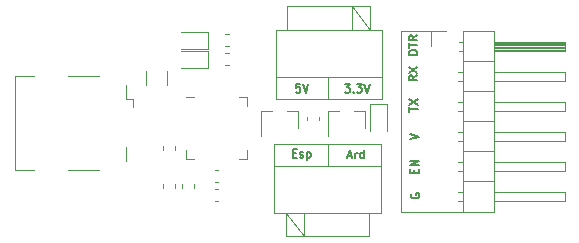
<source format=gbr>
G04 #@! TF.GenerationSoftware,KiCad,Pcbnew,(5.1.6)-1*
G04 #@! TF.CreationDate,2021-04-01T10:41:09+07:00*
G04 #@! TF.ProjectId,esp-avr-usb-converter,6573702d-6176-4722-9d75-73622d636f6e,rev?*
G04 #@! TF.SameCoordinates,Original*
G04 #@! TF.FileFunction,Legend,Top*
G04 #@! TF.FilePolarity,Positive*
%FSLAX46Y46*%
G04 Gerber Fmt 4.6, Leading zero omitted, Abs format (unit mm)*
G04 Created by KiCad (PCBNEW (5.1.6)-1) date 2021-04-01 10:41:09*
%MOMM*%
%LPD*%
G01*
G04 APERTURE LIST*
%ADD10C,0.120000*%
%ADD11C,0.150000*%
G04 APERTURE END LIST*
D10*
X140950000Y-89850000D02*
X140950000Y-91700000D01*
X145400000Y-89850000D02*
X145400000Y-91700000D01*
X136400000Y-89850000D02*
X145400000Y-89850000D01*
X136400000Y-91700000D02*
X136400000Y-89850000D01*
D11*
X137950000Y-90650000D02*
X138183333Y-90650000D01*
X138283333Y-91016666D02*
X137950000Y-91016666D01*
X137950000Y-90316666D01*
X138283333Y-90316666D01*
X138550000Y-90983333D02*
X138616666Y-91016666D01*
X138750000Y-91016666D01*
X138816666Y-90983333D01*
X138850000Y-90916666D01*
X138850000Y-90883333D01*
X138816666Y-90816666D01*
X138750000Y-90783333D01*
X138650000Y-90783333D01*
X138583333Y-90750000D01*
X138550000Y-90683333D01*
X138550000Y-90650000D01*
X138583333Y-90583333D01*
X138650000Y-90550000D01*
X138750000Y-90550000D01*
X138816666Y-90583333D01*
X139150000Y-90550000D02*
X139150000Y-91250000D01*
X139150000Y-90583333D02*
X139216666Y-90550000D01*
X139350000Y-90550000D01*
X139416666Y-90583333D01*
X139450000Y-90616666D01*
X139483333Y-90683333D01*
X139483333Y-90883333D01*
X139450000Y-90950000D01*
X139416666Y-90983333D01*
X139350000Y-91016666D01*
X139216666Y-91016666D01*
X139150000Y-90983333D01*
X142600000Y-90866666D02*
X142933333Y-90866666D01*
X142533333Y-91066666D02*
X142766666Y-90366666D01*
X143000000Y-91066666D01*
X143233333Y-91066666D02*
X143233333Y-90600000D01*
X143233333Y-90733333D02*
X143266666Y-90666666D01*
X143300000Y-90633333D01*
X143366666Y-90600000D01*
X143433333Y-90600000D01*
X143966666Y-91066666D02*
X143966666Y-90366666D01*
X143966666Y-91033333D02*
X143900000Y-91066666D01*
X143766666Y-91066666D01*
X143700000Y-91033333D01*
X143666666Y-91000000D01*
X143633333Y-90933333D01*
X143633333Y-90733333D01*
X143666666Y-90666666D01*
X143700000Y-90633333D01*
X143766666Y-90600000D01*
X143900000Y-90600000D01*
X143966666Y-90633333D01*
D10*
X140950000Y-84200000D02*
X140950000Y-86050000D01*
X145500000Y-86050000D02*
X145500000Y-84200000D01*
X136500000Y-86050000D02*
X145500000Y-86050000D01*
X136500000Y-84200000D02*
X136500000Y-86050000D01*
D11*
X138566666Y-84816666D02*
X138233333Y-84816666D01*
X138200000Y-85150000D01*
X138233333Y-85116666D01*
X138300000Y-85083333D01*
X138466666Y-85083333D01*
X138533333Y-85116666D01*
X138566666Y-85150000D01*
X138600000Y-85216666D01*
X138600000Y-85383333D01*
X138566666Y-85450000D01*
X138533333Y-85483333D01*
X138466666Y-85516666D01*
X138300000Y-85516666D01*
X138233333Y-85483333D01*
X138200000Y-85450000D01*
X138800000Y-84816666D02*
X139033333Y-85516666D01*
X139266666Y-84816666D01*
X142366666Y-84816666D02*
X142800000Y-84816666D01*
X142566666Y-85083333D01*
X142666666Y-85083333D01*
X142733333Y-85116666D01*
X142766666Y-85150000D01*
X142800000Y-85216666D01*
X142800000Y-85383333D01*
X142766666Y-85450000D01*
X142733333Y-85483333D01*
X142666666Y-85516666D01*
X142466666Y-85516666D01*
X142400000Y-85483333D01*
X142366666Y-85450000D01*
X143100000Y-85450000D02*
X143133333Y-85483333D01*
X143100000Y-85516666D01*
X143066666Y-85483333D01*
X143100000Y-85450000D01*
X143100000Y-85516666D01*
X143366666Y-84816666D02*
X143800000Y-84816666D01*
X143566666Y-85083333D01*
X143666666Y-85083333D01*
X143733333Y-85116666D01*
X143766666Y-85150000D01*
X143800000Y-85216666D01*
X143800000Y-85383333D01*
X143766666Y-85450000D01*
X143733333Y-85483333D01*
X143666666Y-85516666D01*
X143466666Y-85516666D01*
X143400000Y-85483333D01*
X143366666Y-85450000D01*
X144000000Y-84816666D02*
X144233333Y-85516666D01*
X144466666Y-84816666D01*
D10*
X147150000Y-95600000D02*
X152300000Y-95600000D01*
X147150000Y-80330000D02*
X147150000Y-95600000D01*
X149630000Y-80330000D02*
X147150000Y-80330000D01*
D11*
X148000000Y-94066666D02*
X147966666Y-94133333D01*
X147966666Y-94233333D01*
X148000000Y-94333333D01*
X148066666Y-94400000D01*
X148133333Y-94433333D01*
X148266666Y-94466666D01*
X148366666Y-94466666D01*
X148500000Y-94433333D01*
X148566666Y-94400000D01*
X148633333Y-94333333D01*
X148666666Y-94233333D01*
X148666666Y-94166666D01*
X148633333Y-94066666D01*
X148600000Y-94033333D01*
X148366666Y-94033333D01*
X148366666Y-94166666D01*
X148250000Y-92316666D02*
X148250000Y-92083333D01*
X148616666Y-91983333D02*
X148616666Y-92316666D01*
X147916666Y-92316666D01*
X147916666Y-91983333D01*
X148616666Y-91683333D02*
X147916666Y-91683333D01*
X148616666Y-91283333D01*
X147916666Y-91283333D01*
X147916666Y-89483333D02*
X148616666Y-89250000D01*
X147916666Y-89016666D01*
X147816666Y-87133333D02*
X147816666Y-86733333D01*
X148516666Y-86933333D02*
X147816666Y-86933333D01*
X147816666Y-86566666D02*
X148516666Y-86100000D01*
X147816666Y-86100000D02*
X148516666Y-86566666D01*
X148466666Y-84066666D02*
X148133333Y-84300000D01*
X148466666Y-84466666D02*
X147766666Y-84466666D01*
X147766666Y-84200000D01*
X147800000Y-84133333D01*
X147833333Y-84100000D01*
X147900000Y-84066666D01*
X148000000Y-84066666D01*
X148066666Y-84100000D01*
X148100000Y-84133333D01*
X148133333Y-84200000D01*
X148133333Y-84466666D01*
X147766666Y-83833333D02*
X148466666Y-83366666D01*
X147766666Y-83366666D02*
X148466666Y-83833333D01*
X148466666Y-82300000D02*
X147766666Y-82300000D01*
X147766666Y-82133333D01*
X147800000Y-82033333D01*
X147866666Y-81966666D01*
X147933333Y-81933333D01*
X148066666Y-81900000D01*
X148166666Y-81900000D01*
X148300000Y-81933333D01*
X148366666Y-81966666D01*
X148433333Y-82033333D01*
X148466666Y-82133333D01*
X148466666Y-82300000D01*
X147766666Y-81700000D02*
X147766666Y-81300000D01*
X148466666Y-81500000D02*
X147766666Y-81500000D01*
X148466666Y-80666666D02*
X148133333Y-80900000D01*
X148466666Y-81066666D02*
X147766666Y-81066666D01*
X147766666Y-80800000D01*
X147800000Y-80733333D01*
X147833333Y-80700000D01*
X147900000Y-80666666D01*
X148000000Y-80666666D01*
X148066666Y-80700000D01*
X148100000Y-80733333D01*
X148133333Y-80800000D01*
X148133333Y-81066666D01*
D10*
G04 #@! TO.C,C3*
X140210000Y-87875279D02*
X140210000Y-87549721D01*
X139190000Y-87875279D02*
X139190000Y-87549721D01*
G04 #@! TO.C,C4*
X128010000Y-93249721D02*
X128010000Y-93575279D01*
X126990000Y-93249721D02*
X126990000Y-93575279D01*
G04 #@! TO.C,C5*
X128590000Y-93249721D02*
X128590000Y-93575279D01*
X129610000Y-93249721D02*
X129610000Y-93575279D01*
G04 #@! TO.C,C6*
X126990000Y-90350279D02*
X126990000Y-90024721D01*
X128010000Y-90350279D02*
X128010000Y-90024721D01*
G04 #@! TO.C,D1*
X144465000Y-86502500D02*
X144465000Y-88787500D01*
X145935000Y-86502500D02*
X144465000Y-86502500D01*
X145935000Y-88787500D02*
X145935000Y-86502500D01*
G04 #@! TO.C,D3*
X128512500Y-81835000D02*
X130797500Y-81835000D01*
X130797500Y-81835000D02*
X130797500Y-80365000D01*
X130797500Y-80365000D02*
X128512500Y-80365000D01*
G04 #@! TO.C,D4*
X130785000Y-81965000D02*
X128500000Y-81965000D01*
X130785000Y-83435000D02*
X130785000Y-81965000D01*
X128500000Y-83435000D02*
X130785000Y-83435000D01*
G04 #@! TO.C,J1*
X118950000Y-84140000D02*
X121550000Y-84140000D01*
X121550000Y-92060000D02*
X118950000Y-92060000D01*
X123860000Y-84900000D02*
X123860000Y-86050000D01*
X123860000Y-86050000D02*
X124450000Y-86050000D01*
X124450000Y-86050000D02*
X124450000Y-86750000D01*
X123860000Y-90150000D02*
X123860000Y-91300000D01*
X116050000Y-84140000D02*
X114390000Y-84140000D01*
X114390000Y-84140000D02*
X114390000Y-92060000D01*
X114390000Y-92060000D02*
X116050000Y-92060000D01*
G04 #@! TO.C,J2*
X152340000Y-80270000D02*
X152340000Y-95630000D01*
X152340000Y-95630000D02*
X155000000Y-95630000D01*
X155000000Y-95630000D02*
X155000000Y-80270000D01*
X155000000Y-80270000D02*
X152340000Y-80270000D01*
X155000000Y-81220000D02*
X161000000Y-81220000D01*
X161000000Y-81220000D02*
X161000000Y-81980000D01*
X161000000Y-81980000D02*
X155000000Y-81980000D01*
X155000000Y-81280000D02*
X161000000Y-81280000D01*
X155000000Y-81400000D02*
X161000000Y-81400000D01*
X155000000Y-81520000D02*
X161000000Y-81520000D01*
X155000000Y-81640000D02*
X161000000Y-81640000D01*
X155000000Y-81760000D02*
X161000000Y-81760000D01*
X155000000Y-81880000D02*
X161000000Y-81880000D01*
X152010000Y-81220000D02*
X152340000Y-81220000D01*
X152010000Y-81980000D02*
X152340000Y-81980000D01*
X152340000Y-82870000D02*
X155000000Y-82870000D01*
X155000000Y-83760000D02*
X161000000Y-83760000D01*
X161000000Y-83760000D02*
X161000000Y-84520000D01*
X161000000Y-84520000D02*
X155000000Y-84520000D01*
X151942929Y-83760000D02*
X152340000Y-83760000D01*
X151942929Y-84520000D02*
X152340000Y-84520000D01*
X152340000Y-85410000D02*
X155000000Y-85410000D01*
X155000000Y-86300000D02*
X161000000Y-86300000D01*
X161000000Y-86300000D02*
X161000000Y-87060000D01*
X161000000Y-87060000D02*
X155000000Y-87060000D01*
X151942929Y-86300000D02*
X152340000Y-86300000D01*
X151942929Y-87060000D02*
X152340000Y-87060000D01*
X152340000Y-87950000D02*
X155000000Y-87950000D01*
X155000000Y-88840000D02*
X161000000Y-88840000D01*
X161000000Y-88840000D02*
X161000000Y-89600000D01*
X161000000Y-89600000D02*
X155000000Y-89600000D01*
X151942929Y-88840000D02*
X152340000Y-88840000D01*
X151942929Y-89600000D02*
X152340000Y-89600000D01*
X152340000Y-90490000D02*
X155000000Y-90490000D01*
X155000000Y-91380000D02*
X161000000Y-91380000D01*
X161000000Y-91380000D02*
X161000000Y-92140000D01*
X161000000Y-92140000D02*
X155000000Y-92140000D01*
X151942929Y-91380000D02*
X152340000Y-91380000D01*
X151942929Y-92140000D02*
X152340000Y-92140000D01*
X152340000Y-93030000D02*
X155000000Y-93030000D01*
X155000000Y-93920000D02*
X161000000Y-93920000D01*
X161000000Y-93920000D02*
X161000000Y-94680000D01*
X161000000Y-94680000D02*
X155000000Y-94680000D01*
X151942929Y-93920000D02*
X152340000Y-93920000D01*
X151942929Y-94680000D02*
X152340000Y-94680000D01*
X149630000Y-81600000D02*
X149630000Y-80330000D01*
X149630000Y-80330000D02*
X150900000Y-80330000D01*
G04 #@! TO.C,Q1*
X144080000Y-87040000D02*
X144080000Y-88500000D01*
X140920000Y-87040000D02*
X140920000Y-89200000D01*
X140920000Y-87040000D02*
X141850000Y-87040000D01*
X144080000Y-87040000D02*
X143150000Y-87040000D01*
G04 #@! TO.C,Q2*
X138380000Y-87040000D02*
X137450000Y-87040000D01*
X135220000Y-87040000D02*
X136150000Y-87040000D01*
X135220000Y-87040000D02*
X135220000Y-89200000D01*
X138380000Y-87040000D02*
X138380000Y-88500000D01*
G04 #@! TO.C,R5*
X131324721Y-92090000D02*
X131650279Y-92090000D01*
X131324721Y-93110000D02*
X131650279Y-93110000D01*
G04 #@! TO.C,R6*
X131650279Y-93690000D02*
X131324721Y-93690000D01*
X131650279Y-94710000D02*
X131324721Y-94710000D01*
G04 #@! TO.C,R7*
X132249721Y-80590000D02*
X132575279Y-80590000D01*
X132249721Y-81610000D02*
X132575279Y-81610000D01*
G04 #@! TO.C,R8*
X132249721Y-83210000D02*
X132575279Y-83210000D01*
X132249721Y-82190000D02*
X132575279Y-82190000D01*
G04 #@! TO.C,SW1*
X145400000Y-95700000D02*
X136400000Y-95700000D01*
X136400000Y-95700000D02*
X136400000Y-91700000D01*
X136400000Y-91700000D02*
X145400000Y-91700000D01*
X145400000Y-91700000D02*
X145400000Y-95700000D01*
X137400000Y-95700000D02*
X137400000Y-97700000D01*
X137400000Y-97700000D02*
X144400000Y-97700000D01*
X144400000Y-97700000D02*
X144400000Y-95700000D01*
X138900000Y-95700000D02*
X138900000Y-97700000D01*
X137400000Y-95700000D02*
X138900000Y-97700000D01*
G04 #@! TO.C,SW2*
X144500000Y-80200000D02*
X143000000Y-78200000D01*
X143000000Y-80200000D02*
X143000000Y-78200000D01*
X137500000Y-78200000D02*
X137500000Y-80200000D01*
X144500000Y-78200000D02*
X137500000Y-78200000D01*
X144500000Y-80200000D02*
X144500000Y-78200000D01*
X136500000Y-84200000D02*
X136500000Y-80200000D01*
X145500000Y-84200000D02*
X136500000Y-84200000D01*
X145500000Y-80200000D02*
X145500000Y-84200000D01*
X136500000Y-80200000D02*
X145500000Y-80200000D01*
G04 #@! TO.C,U2*
X133385000Y-85890000D02*
X134110000Y-85890000D01*
X134110000Y-85890000D02*
X134110000Y-86615000D01*
X129615000Y-91110000D02*
X128890000Y-91110000D01*
X128890000Y-91110000D02*
X128890000Y-90385000D01*
X133385000Y-91110000D02*
X134110000Y-91110000D01*
X134110000Y-91110000D02*
X134110000Y-90385000D01*
X129615000Y-85890000D02*
X128890000Y-85890000D01*
G04 #@! TO.C,F2*
X127310000Y-83697936D02*
X127310000Y-84902064D01*
X125490000Y-83697936D02*
X125490000Y-84902064D01*
G04 #@! TD*
M02*

</source>
